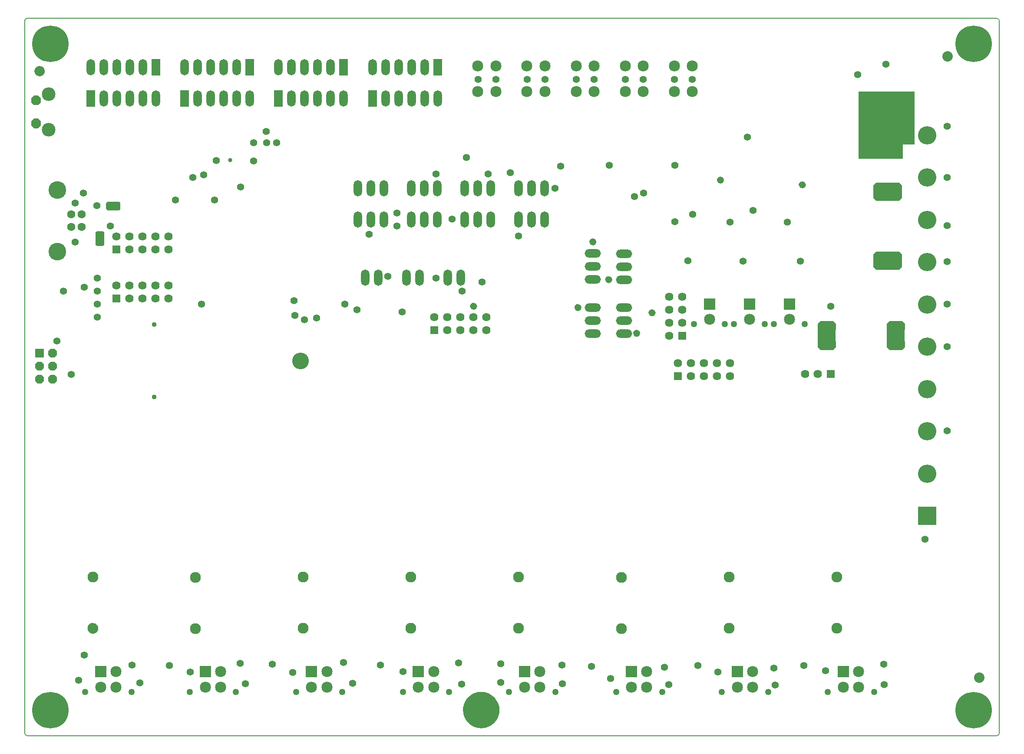
<source format=gbr>
G04 CAM350 V10.5 (Build 464) Date:  Wed Nov 01 10:35:12 2023 *
G04 Database: (Untitled) *
G04 Layer 4: gbs *
%FSLAX25Y25*%
%MOIN*%
%SFA1.000B1.000*%

%MIA0B0*%
%IPPOS*%
%AMA1gbs*
20,1,0.00000,0.04000,0.00000,-0.04000,0.00000,0.00000*
20,1,0.00000,0.00000,0.04000,0.00000,-0.04000,0.00000*
1,1,0.08000,0.00000,0.00000*
1,1,0.08000,0.00000,0.00000*
1,1,0.08000,0.00000,0.00000*
1,1,0.08000,0.00000,0.00000*
%
%AMA2gbs*
4,1,8,0.06850,0.02180,0.06850,-0.02180,0.04680,-0.04350,-0.04680,-0.04350,-0.06850,-0.02180,-0.06850,0.02180,-0.04680,0.04350,0.04680,0.04350,0.06850,0.02180,0.00000*
%
%AMA3gbs*
4,1,8,0.04350,0.04680,0.04350,-0.04680,0.02180,-0.06850,-0.02180,-0.06850,-0.04350,-0.04680,-0.04350,0.04680,-0.02180,0.06850,0.02180,0.06850,0.04350,0.04680,0.00000*
%
%AMA4gbs*
20,1,0.02300,-0.03350,0.00000,0.03350,0.00000,0.00000*
1,1,0.02700,-0.02000,0.01150*
1,1,0.02700,0.02000,0.01150*
20,1,0.02700,-0.02000,0.01150,0.02000,0.01150,0.00000*
1,1,0.02700,-0.02000,-0.01150*
1,1,0.02700,0.02000,-0.01150*
20,1,0.02700,-0.02000,-0.01150,0.02000,-0.01150,0.00000*
%
%AMA5gbs*
20,1,0.06700,-0.01150,0.00000,0.01150,0.00000,0.00000*
1,1,0.02700,-0.01150,-0.02000*
1,1,0.02700,-0.01150,0.02000*
20,1,0.02700,-0.01150,-0.02000,-0.01150,0.02000,0.00000*
1,1,0.02700,0.01150,-0.02000*
1,1,0.02700,0.01150,0.02000*
20,1,0.02700,0.01150,-0.02000,0.01150,0.02000,0.00000*
%
%AMA6gbs*
4,1,8,0.04400,0.04830,0.04400,-0.04830,0.02330,-0.06900,-0.02330,-0.06900,-0.04400,-0.04830,-0.04400,0.04830,-0.02330,0.06900,0.02330,0.06900,0.04400,0.04830,0.00000*
%
%AMA7gbs*
4,1,8,0.06900,0.02330,0.06900,-0.02330,0.04830,-0.04400,-0.04830,-0.04400,-0.06900,-0.02330,-0.06900,0.02330,-0.04830,0.04400,0.04830,0.04400,0.06900,0.02330,0.00000*
%
%AMA8gbs*
20,1,0.02800,-0.03400,0.00000,0.03400,0.00000,0.00000*
1,1,0.02300,-0.02250,0.01400*
1,1,0.02300,0.02250,0.01400*
20,1,0.02300,-0.02250,0.01400,0.02250,0.01400,0.00000*
1,1,0.02300,-0.02250,-0.01400*
1,1,0.02300,0.02250,-0.01400*
20,1,0.02300,-0.02250,-0.01400,0.02250,-0.01400,0.00000*
%
%ADD30C,0.03300*%
%ADD93C,0.00600*%
%ADD99A1gbs*%
%ADD100A2gbs*%
%ADD101A3gbs*%
%ADD102R,0.07045X0.03543*%
%ADD103R,0.03543X0.07045*%
%ADD104A4gbs*%
%ADD105A5gbs*%
%ADD106R,0.08500X0.08500*%
%ADD107R,0.06400X0.06400*%
%ADD108C,0.06400*%
%ADD109R,0.06700X0.06700*%
%ADD110O,0.06500X0.12500*%
%ADD111R,0.06500X0.12500*%
%ADD112C,0.28050*%
%ADD113C,0.08500*%
%ADD114O,0.14100X0.14100*%
%ADD115R,0.14100X0.14100*%
%ADD116O,0.12500X0.06500*%
%ADD117C,0.10500*%
%ADD118C,0.13550*%
%ADD119C,0.06300*%
%ADD120C,0.08375*%
%ADD121C,0.05500*%
%ADD122C,0.03350*%
%ADD123C,0.04525*%
%ADD124C,0.12400*%
%ADD128C,0.03753*%
%ADD129C,0.04934*%
%ADD130C,0.12808*%
%ADD131A6gbs*%
%ADD132A7gbs*%
%ADD133A8gbs*%
%LNgbs*%
%LPD*%
G36*
X745763Y551182D02*
G01X745804Y551335D01*
X745914Y551443*
X746063Y551482*
G75*
G02X748331Y549213I-1J-2269*
X748026Y548914I-300J1*
X747731Y549213I5J300*
G03X746063Y550882I-1669J0*
G02X745763Y551182J300*
G37*
G36*
Y0D02*
G01X745804Y153D01*
X745914Y261*
X746063Y300*
G03X747731Y1969I-1J1669*
G02X748036Y2268I300J-1*
X748331Y1969I-5J-300*
X746063Y-300I-2269J0*
X745763Y0J300*
G37*
G36*
X-300Y549213D02*
G01X-295Y549367D01*
X-226Y549787*
X-80Y550187*
X137Y550553*
X420Y550871*
X757Y551131*
X1136Y551324*
X1545Y551442*
X1969Y551482*
G02X2269Y551182I0J-300*
X1969Y550882I-300*
G03X300Y549213I0J-1669*
G02X-5Y548914I-300J1*
X-300Y549213I5J300*
G37*
G36*
Y1969D02*
G01X-255Y2126D01*
X-144Y2232*
X5Y2268*
G02X300Y1969I-5J-300*
G03X1969Y300I1669J0*
G02X2269Y0I0J-300*
X1969Y-300I-300*
X-300Y1969I0J2269*
G37*
G36*
X594101Y423179D02*
G01X594141Y423646D01*
X594260Y424099*
X594453Y424526*
X594717Y424913*
X595042Y425251*
X595420Y425528*
X595840Y425736*
X596289Y425871*
X596754Y425927*
G02X599594Y423373I97J-2748*
G01X599601Y423179*
G02X597142Y420444I-2750J0*
X594101Y423179I-291J2735*
G37*
G36*
X531226Y426826D02*
G01X531266Y427293D01*
X531385Y427746*
X531578Y428173*
X531842Y428560*
X532167Y428898*
X532545Y429175*
X532965Y429383*
X533414Y429518*
X533879Y429574*
G02X536719Y427020I97J-2748*
G01X536726Y426826*
G02X534267Y424091I-2750J0*
X531226Y426826I-291J2735*
G37*
G36*
X478718Y324841D02*
G01X478758Y325308D01*
X478877Y325761*
X479070Y326188*
X479334Y326575*
X479659Y326913*
X480037Y327190*
X480457Y327398*
X480906Y327533*
X481371Y327589*
G02X484211Y325035I97J-2748*
G01X484218Y324841*
G02X481759Y322106I-2750J0*
X478718Y324841I-291J2735*
G37*
G36*
X466907Y309093D02*
G01X466947Y309560D01*
X467066Y310013*
X467259Y310440*
X467523Y310827*
X467848Y311165*
X468226Y311442*
X468646Y311650*
X469095Y311785*
X469560Y311841*
G02X472400Y309287I97J-2748*
G01X472407Y309093*
G02X469948Y306358I-2750J0*
X466907Y309093I-291J2735*
G37*
G36*
X445450Y350333D02*
G01X445490Y350800D01*
X445609Y351253*
X445802Y351680*
X446066Y352067*
X446391Y352405*
X446769Y352682*
X447189Y352890*
X447638Y353025*
X448103Y353081*
G02X450943Y350527I97J-2748*
G01X450950Y350333*
G02X448491Y347598I-2750J0*
X445450Y350333I-291J2735*
G37*
G36*
X433273Y379368D02*
G01X433313Y379835D01*
X433432Y380288*
X433625Y380715*
X433889Y381102*
X434214Y381440*
X434592Y381717*
X435012Y381925*
X435461Y382060*
X435926Y382116*
G02X438766Y379562I97J-2748*
G01X438773Y379368*
G02X436314Y376633I-2750J0*
X433273Y379368I-291J2735*
G37*
G36*
X421828Y328876D02*
G01X421868Y329343D01*
X421987Y329796*
X422180Y330223*
X422444Y330610*
X422769Y330948*
X423147Y331225*
X423567Y331433*
X424016Y331568*
X424481Y331624*
G02X427321Y329070I97J-2748*
G01X427328Y328876*
G02X424869Y326141I-2750J0*
X421828Y328876I-291J2735*
G37*
G36*
X341726Y329860D02*
G01X341766Y330327D01*
X341885Y330780*
X342078Y331207*
X342342Y331594*
X342667Y331932*
X343045Y332209*
X343465Y332417*
X343914Y332552*
X344379Y332608*
G02X347219Y330054I97J-2748*
G01X347226Y329860*
G02X344767Y327125I-2750J0*
X341726Y329860I-291J2735*
G37*
G36*
X17913Y292640D02*
G01Y295414D01*
Y295415*
X19875Y297377*
X19876*
X22650*
X22651*
X24613Y295415*
Y295414*
Y292639*
X22651Y290677*
X22650*
X19875*
X17913Y292639*
Y292640*
G37*
G36*
Y282640D02*
G01Y285414D01*
Y285415*
X19875Y287377*
X19876*
X22650*
X22651*
X24613Y285415*
Y285414*
Y282639*
X22651Y280677*
X22650*
X19875*
X17913Y282639*
Y282640*
G37*
G36*
Y272640D02*
G01Y275414D01*
Y275415*
X19875Y277377*
X19876*
X22650*
X22651*
X24613Y275415*
Y275414*
Y272639*
X22651Y270677*
X22650*
X19875*
X17913Y272639*
Y272640*
G37*
G36*
X7913Y282640D02*
G01Y285414D01*
Y285415*
X9875Y287377*
X9876*
X12650*
X12651*
X14613Y285415*
Y285414*
Y282639*
X12651Y280677*
X12650*
X9875*
X7913Y282639*
Y282640*
G37*
G36*
Y272640D02*
G01Y275414D01*
Y275415*
X9875Y277377*
X9876*
X12650*
X12651*
X14613Y275415*
Y275414*
Y272639*
X12651Y270677*
X12650*
X9875*
X7913Y272639*
Y272640*
G37*
G36*
X4850Y486600D02*
G01Y489706D01*
X7047Y491903*
X10153*
X12350Y489706*
Y486600*
Y486599*
X10153Y484403*
X7047*
X7046*
X4850Y486600*
G37*
G36*
Y468800D02*
G01Y471906D01*
X7047Y474103*
X10153*
X12350Y471906*
Y468800*
Y468799*
X10153Y466603*
X7047*
X7046*
X4850Y468800*
G37*
G36*
X7384Y510550D02*
G01X7399Y510886D01*
X7487Y511445*
X7653Y511985*
X7894Y512497*
G03X8671Y513481I-894J1505*
G02X11383Y514542I2713J-2939*
G03X11384Y514543I0J1*
X11385Y514542I1J0*
G02X15384Y510550I-1J-4000*
X11385Y506558I-4000J8*
G03X11384Y506557I0J-1*
X11383Y506558I-1J0*
G02X7384Y510550I1J4000*
G37*
G36*
X48120Y82457D02*
G01X48159Y83030D01*
X48277Y83596*
X48473Y84140*
X48741Y84653*
X49078Y85123*
X49476Y85543*
X49928Y85903*
X50426Y86198*
X50959Y86422*
X51519Y86570*
G02X55949Y84523I788J-4113*
G01X56410Y83296*
G02X56494Y82457I-4105J-835*
X52097Y78275I-4187J0*
X48120Y82457I210J4182*
G37*
G36*
X661559Y302827D02*
G01Y311927D01*
X675459*
Y302827*
X661559*
G37*
G36*
X657805Y411014D02*
G01Y424914D01*
X666905*
Y411014*
X657805*
G37*
G36*
Y358014D02*
G01Y371914D01*
X666905*
Y358014*
X657805*
G37*
G36*
X608559Y302827D02*
G01Y311927D01*
X622459*
Y302827*
X608559*
G37*
G36*
X336369Y19686D02*
G01X336374Y20079D01*
X336444Y21135*
X336593Y22184*
X336821Y23218*
X337126Y24232*
X337507Y25221*
X337962Y26177*
X338487Y27097*
X339080Y27974*
X339738Y28804*
X340456Y29582*
X341231Y30304*
X342058Y30965*
X342933Y31562*
X343851Y32091*
X344806Y32549*
X345792Y32935*
X346805Y33244*
X347838Y33476*
X351012Y33697*
G02X364419Y19686I-618J-14011*
X350609Y5663I-14025J0*
X336369Y19686I-215J14023*
G37*
G36*
X640100Y443300D02*
G01Y490697D01*
Y494897*
X682944*
Y454226*
X673989*
G03X673988Y454225I0J-1*
G01Y443300*
X640100*
G37*
G54D99*
X732810Y44538D03*
X708162Y521976D03*
G54D100*
X615519Y300722D03*
Y314123D03*
X668519D03*
Y300722D03*
G54D101*
X655700Y417953D03*
X669100D03*
Y364953D03*
X655700D03*
G54D102*
X57656Y381718D03*
G54D103*
X68110Y406894D03*
G54D104*
X57579Y384816D03*
Y378816D03*
G54D105*
X71012Y406816D03*
X65012D03*
G54D106*
X556201Y331693D03*
X586909D03*
X525492D03*
X220013Y49094D03*
X302068D03*
X383595D03*
X465651D03*
X546951D03*
X628251D03*
X58233D03*
X138486D03*
G54D107*
X501363Y276227D03*
X314476Y311639D03*
X70300Y336053D03*
Y373547D03*
G54D108*
X501363Y286227D03*
X511363Y276227D03*
Y286227D03*
X521363Y276227D03*
Y286227D03*
X531363Y276227D03*
Y286227D03*
X541363Y276227D03*
Y286227D03*
X608676Y277778D03*
X598912D03*
X494587Y337264D03*
X504586D03*
X494587Y327264D03*
X504586D03*
X494587Y317264D03*
X504586D03*
X494587Y307264D03*
X354476Y321639D03*
Y311639D03*
X344476Y321639D03*
Y311639D03*
X334476Y321639D03*
Y311639D03*
X324476Y321639D03*
Y311639D03*
X314476Y321639D03*
X110300Y346053D03*
Y336053D03*
X100300Y346053D03*
Y336053D03*
X90300Y346053D03*
Y336053D03*
X80300Y346053D03*
Y336053D03*
X70300Y346053D03*
X110300Y383547D03*
Y373547D03*
X100300Y383547D03*
Y373547D03*
X90300Y383547D03*
Y373547D03*
X80300Y383547D03*
Y373547D03*
X70300Y383547D03*
G54D109*
X11263Y294027D03*
G54D110*
X70663Y513727D03*
X80663D03*
X90663D03*
X60663D03*
X50663D03*
X80663Y489427D03*
X70663D03*
X60663D03*
X90663D03*
X100663D03*
X142730Y513727D03*
X152730D03*
X162730D03*
X132729D03*
X122729D03*
X152730Y489427D03*
X142730D03*
X132729D03*
X162730D03*
X172729D03*
X214796Y513727D03*
X224796D03*
X234796D03*
X204796D03*
X194796D03*
X224796Y489427D03*
X214796D03*
X204796D03*
X234796D03*
X244796D03*
X286863Y513727D03*
X296863D03*
X306863D03*
X276863D03*
X266863D03*
X296863Y489427D03*
X286863D03*
X276863D03*
X306863D03*
X316863D03*
X379035Y420653D03*
X389035D03*
X399035D03*
X379035Y396653D03*
X389035D03*
X399035D03*
X303000Y352053D03*
X293000D03*
X275700Y396653D03*
X265700D03*
X255700D03*
X337800D03*
X347800D03*
X357800D03*
X296750D03*
X306750D03*
X316750D03*
X357800Y420653D03*
X347800D03*
X337800D03*
X316750D03*
X306750D03*
X296750D03*
X275700D03*
X265700D03*
X255700D03*
X334500Y352053D03*
X324500D03*
X271300D03*
X261300D03*
G54D111*
X100663Y513727D03*
X50663Y489427D03*
X172729Y513727D03*
X122729Y489427D03*
X244796Y513727D03*
X194796Y489427D03*
X316863Y513727D03*
X266863Y489427D03*
G54D112*
X728346Y19686D03*
X19685D03*
X728346Y531496D03*
X19685D03*
G54D113*
X556201Y319882D03*
X586909D03*
X525492D03*
X220013Y37283D03*
X231824Y49094D03*
Y37283D03*
X313879D03*
Y49094D03*
X302068Y37283D03*
X383595D03*
X395406Y49094D03*
Y37283D03*
X477462D03*
Y49094D03*
X465651Y37283D03*
X546951D03*
X558762Y49094D03*
Y37283D03*
X640062D03*
Y49094D03*
X628251Y37283D03*
X58233D03*
X70044Y49094D03*
Y37283D03*
X150297D03*
Y49094D03*
X138486Y37283D03*
X498560Y514597D03*
X512339D03*
Y494912D03*
X498560D03*
X460860D03*
X474639D03*
Y514597D03*
X460860D03*
X423160D03*
X436940D03*
Y494912D03*
X423160D03*
X385460D03*
X399240D03*
Y514597D03*
X385460D03*
X347760D03*
X361540D03*
Y494912D03*
X347760D03*
G54D114*
X692500Y461332D03*
Y428832D03*
Y396332D03*
Y363832D03*
Y201253D03*
Y233753D03*
Y266253D03*
Y298753D03*
Y331253D03*
G54D115*
Y168753D03*
G54D116*
X436023Y328898D03*
Y318898D03*
Y308898D03*
Y370473D03*
Y360473D03*
Y350473D03*
X459842Y308898D03*
Y318898D03*
Y328898D03*
Y350375D03*
Y360374D03*
Y370375D03*
G54D107*
X618676Y277778D03*
X504586Y307264D03*
G54D117*
X18400Y465453D03*
Y493053D03*
G54D118*
X25000Y372053D03*
Y419375D03*
G54D119*
X35700Y390753D03*
Y400674D03*
X43600D03*
Y390753D03*
G54D30*
X157800Y442153D03*
G54D120*
X52307Y121827D03*
X131047Y121704D03*
Y82333D03*
X213724Y121827D03*
Y82457D03*
X296401Y121827D03*
Y82457D03*
X379079Y121827D03*
Y82457D03*
X457819Y121704D03*
Y82333D03*
X540496Y121827D03*
Y82457D03*
X623173D03*
Y121827D03*
G54D121*
X339027Y444132D03*
X372763Y432627D03*
X411444Y437711D03*
X448728Y438101D03*
X498960Y438257D03*
X347874Y504323D03*
X361758D03*
X385626D03*
X399198D03*
X423222D03*
X436872D03*
X461052D03*
X474702D03*
X498648D03*
X512376D03*
X378838Y383997D03*
X691142Y150926D03*
X406960Y420653D03*
X88296Y40716D03*
X82212Y54289D03*
X41340Y42667D03*
X45786Y61777D03*
X659490Y39390D03*
X659334Y54990D03*
X598026Y53742D03*
X614718Y49843D03*
X576108Y38845D03*
X574860Y52026D03*
X516594Y53976D03*
X531960Y48906D03*
X494442Y39235D03*
X491010Y52416D03*
X435084Y53197D03*
X449670Y43836D03*
X412542Y39937D03*
X412464Y54366D03*
X365430Y40951D03*
Y55146D03*
X335322Y39624D03*
X333138Y55770D03*
X272858Y54289D03*
X290238Y49141D03*
X251706Y40092D03*
X244686Y56160D03*
X190086Y55068D03*
X205608Y48673D03*
X169260Y40014D03*
X127140Y49063D03*
X111072Y53976D03*
X165438Y55537D03*
X206697Y334401D03*
X289637Y325639D03*
X707928Y331631D03*
X38600Y409101D03*
X44900Y416853D03*
X285500Y401501D03*
X707928Y428819D03*
X264244Y385110D03*
X315500Y431501D03*
X285500Y391501D03*
X355500Y431501D03*
X328051Y396792D03*
X660863Y516027D03*
X512570Y400726D03*
X707928Y298871D03*
Y364235D03*
X38600Y379101D03*
X55413Y407151D03*
X707928Y234131D03*
X618540Y329837D03*
X474863Y416827D03*
X554568Y459770D03*
X214663Y319727D03*
X35763Y277627D03*
X509012Y365002D03*
X551212Y364602D03*
X595311Y364603D03*
X707928Y392003D03*
X254893Y327203D03*
X350886Y348662D03*
X165500Y421501D03*
X193463Y455527D03*
X185500Y455438D03*
X185463Y464327D03*
X207163Y323027D03*
X245500Y331501D03*
X223963Y321027D03*
X335500Y341501D03*
X315500Y351501D03*
X278614Y352793D03*
X135500Y331501D03*
X55709Y351501D03*
X55500Y331501D03*
X24616Y303237D03*
X55500Y341501D03*
Y321501D03*
X29500Y341501D03*
X45709Y344408D03*
X65500Y391501D03*
X115500Y411501D03*
X145500D03*
X175500Y441501D03*
X639308Y507927D03*
X137263Y431027D03*
X129063Y428927D03*
X467863Y414227D03*
X559063Y403627D03*
X585311Y394603D03*
X541212Y394602D03*
X499012Y395002D03*
X147112Y441840D03*
X175500Y455438D03*
X707928Y468097D03*
G54D122*
X99368Y260271D03*
Y315783D03*
G54D123*
X46422Y33582D03*
X81855D03*
X126675D03*
X162108D03*
X208202D03*
X243635D03*
X290257D03*
X325690D03*
X371784D03*
X407218D03*
X453840D03*
X489273D03*
X535140D03*
X570573D03*
X616440D03*
X651873D03*
X598720Y316182D03*
X575098D03*
X568012D03*
X544390D03*
X537303D03*
X513681D03*
G54D124*
X211573Y288027D03*
G54D128*
X99368Y260271D03*
Y315783D03*
G54D129*
X46422Y33582D03*
X81855D03*
X126675D03*
X162108D03*
X208202D03*
X243635D03*
X290257D03*
X325690D03*
X371784D03*
X407218D03*
X453840D03*
X489273D03*
X535140D03*
X570573D03*
X616440D03*
X651873D03*
X598720Y316182D03*
X575098D03*
X568012D03*
X544390D03*
X537303D03*
X513681D03*
G54D130*
X211573Y288027D03*
G54D131*
X655700Y417953D03*
X669100D03*
Y364953D03*
X655700D03*
G54D132*
X615519Y300722D03*
Y314123D03*
X668519D03*
Y300722D03*
G54D133*
X57579Y384816D03*
Y378816D03*
G54D93*
X1969Y0D02*
G01X746063D01*
X748031Y1969D02*
G01Y549214D01*
X746063Y551182D02*
G01X1969D01*
X0Y549214D02*
G01Y1969D01*
M02*

</source>
